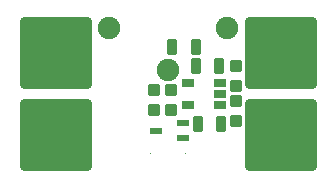
<source format=gbs>
G04*
G04 #@! TF.GenerationSoftware,Altium Limited,Altium Designer,21.9.2 (33)*
G04*
G04 Layer_Color=16711935*
%FSLAX25Y25*%
%MOIN*%
G70*
G04*
G04 #@! TF.SameCoordinates,E2E37F34-45BF-43D2-A38E-C68E023C1027*
G04*
G04*
G04 #@! TF.FilePolarity,Negative*
G04*
G01*
G75*
G04:AMPARAMS|DCode=21|XSize=43.31mil|YSize=39.37mil|CornerRadius=6.4mil|HoleSize=0mil|Usage=FLASHONLY|Rotation=180.000|XOffset=0mil|YOffset=0mil|HoleType=Round|Shape=RoundedRectangle|*
%AMROUNDEDRECTD21*
21,1,0.04331,0.02657,0,0,180.0*
21,1,0.03051,0.03937,0,0,180.0*
1,1,0.01280,-0.01526,0.01329*
1,1,0.01280,0.01526,0.01329*
1,1,0.01280,0.01526,-0.01329*
1,1,0.01280,-0.01526,-0.01329*
%
%ADD21ROUNDEDRECTD21*%
G04:AMPARAMS|DCode=22|XSize=3.94mil|YSize=3.94mil|CornerRadius=0mil|HoleSize=0mil|Usage=FLASHONLY|Rotation=0.000|XOffset=0mil|YOffset=0mil|HoleType=Round|Shape=RoundedRectangle|*
%AMROUNDEDRECTD22*
21,1,0.00394,0.00394,0,0,0.0*
21,1,0.00394,0.00394,0,0,0.0*
1,1,0.00000,0.00197,-0.00197*
1,1,0.00000,-0.00197,-0.00197*
1,1,0.00000,-0.00197,0.00197*
1,1,0.00000,0.00197,0.00197*
%
%ADD22ROUNDEDRECTD22*%
G04:AMPARAMS|DCode=23|XSize=240.16mil|YSize=240.16mil|CornerRadius=13.78mil|HoleSize=0mil|Usage=FLASHONLY|Rotation=180.000|XOffset=0mil|YOffset=0mil|HoleType=Round|Shape=RoundedRectangle|*
%AMROUNDEDRECTD23*
21,1,0.24016,0.21260,0,0,180.0*
21,1,0.21260,0.24016,0,0,180.0*
1,1,0.02756,-0.10630,0.10630*
1,1,0.02756,0.10630,0.10630*
1,1,0.02756,0.10630,-0.10630*
1,1,0.02756,-0.10630,-0.10630*
%
%ADD23ROUNDEDRECTD23*%
%ADD24C,0.07480*%
%ADD34R,0.03937X0.02362*%
G04:AMPARAMS|DCode=37|XSize=55.12mil|YSize=35.43mil|CornerRadius=5.91mil|HoleSize=0mil|Usage=FLASHONLY|Rotation=90.000|XOffset=0mil|YOffset=0mil|HoleType=Round|Shape=RoundedRectangle|*
%AMROUNDEDRECTD37*
21,1,0.05512,0.02362,0,0,90.0*
21,1,0.04331,0.03543,0,0,90.0*
1,1,0.01181,0.01181,0.02165*
1,1,0.01181,0.01181,-0.02165*
1,1,0.01181,-0.01181,-0.02165*
1,1,0.01181,-0.01181,0.02165*
%
%ADD37ROUNDEDRECTD37*%
%ADD38R,0.04331X0.02756*%
D21*
X50787Y27756D02*
D03*
Y21063D02*
D03*
X45276Y27756D02*
D03*
Y21063D02*
D03*
X72441Y24213D02*
D03*
Y17520D02*
D03*
Y35630D02*
D03*
Y28937D02*
D03*
D22*
X55905Y6693D02*
D03*
X44094D02*
D03*
D23*
X12598Y40157D02*
D03*
X87402D02*
D03*
X12598Y12598D02*
D03*
X87402Y12598D02*
D03*
D24*
X50000Y34252D02*
D03*
X69685Y48425D02*
D03*
X30315D02*
D03*
D34*
X54823Y16732D02*
D03*
Y11614D02*
D03*
X45965Y14173D02*
D03*
D37*
X66929Y35827D02*
D03*
X59055D02*
D03*
X59055Y42126D02*
D03*
X51181D02*
D03*
X67716Y16535D02*
D03*
X59842D02*
D03*
D38*
X67224Y26378D02*
D03*
Y30118D02*
D03*
Y22638D02*
D03*
X56398Y30118D02*
D03*
Y22638D02*
D03*
M02*

</source>
